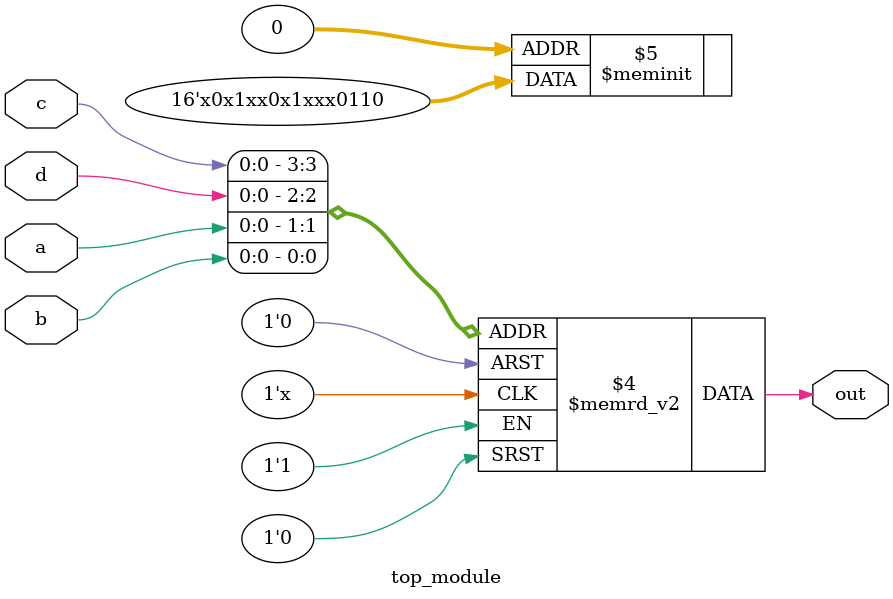
<source format=sv>
module top_module (
    input a, 
    input b,
    input c,
    input d,
    output reg out
);

always @(*) begin
    case ({c, d, a, b})
        4'b0000, 4'b0011, 4'b1001, 4'b1110: out = 1'b0;
        4'b0001, 4'b0010, 4'b0111, 4'b1100: out = 1'b1;
        default: out = 1'bx;
    endcase
end

endmodule

</source>
